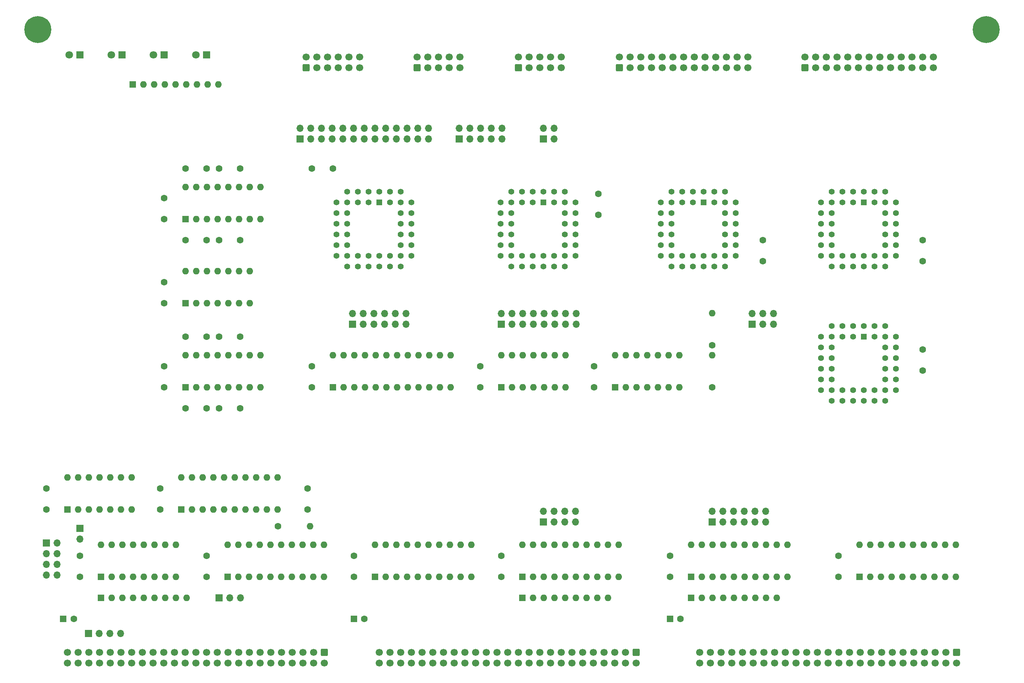
<source format=gbr>
%TF.GenerationSoftware,KiCad,Pcbnew,(6.0.11)*%
%TF.CreationDate,2023-10-31T06:11:18-04:00*%
%TF.ProjectId,input-output.Zilog,696e7075-742d-46f7-9574-7075742e5a69,rev?*%
%TF.SameCoordinates,Original*%
%TF.FileFunction,Soldermask,Bot*%
%TF.FilePolarity,Negative*%
%FSLAX46Y46*%
G04 Gerber Fmt 4.6, Leading zero omitted, Abs format (unit mm)*
G04 Created by KiCad (PCBNEW (6.0.11)) date 2023-10-31 06:11:18*
%MOMM*%
%LPD*%
G01*
G04 APERTURE LIST*
G04 Aperture macros list*
%AMRoundRect*
0 Rectangle with rounded corners*
0 $1 Rounding radius*
0 $2 $3 $4 $5 $6 $7 $8 $9 X,Y pos of 4 corners*
0 Add a 4 corners polygon primitive as box body*
4,1,4,$2,$3,$4,$5,$6,$7,$8,$9,$2,$3,0*
0 Add four circle primitives for the rounded corners*
1,1,$1+$1,$2,$3*
1,1,$1+$1,$4,$5*
1,1,$1+$1,$6,$7*
1,1,$1+$1,$8,$9*
0 Add four rect primitives between the rounded corners*
20,1,$1+$1,$2,$3,$4,$5,0*
20,1,$1+$1,$4,$5,$6,$7,0*
20,1,$1+$1,$6,$7,$8,$9,0*
20,1,$1+$1,$8,$9,$2,$3,0*%
G04 Aperture macros list end*
%ADD10RoundRect,0.250000X-0.600000X0.600000X-0.600000X-0.600000X0.600000X-0.600000X0.600000X0.600000X0*%
%ADD11C,1.700000*%
%ADD12R,1.800000X1.800000*%
%ADD13C,1.800000*%
%ADD14C,6.400000*%
%ADD15C,1.600000*%
%ADD16R,1.700000X1.700000*%
%ADD17O,1.700000X1.700000*%
%ADD18R,1.600000X1.600000*%
%ADD19O,1.600000X1.600000*%
%ADD20RoundRect,0.250000X0.600000X-0.600000X0.600000X0.600000X-0.600000X0.600000X-0.600000X-0.600000X0*%
%ADD21R,1.422400X1.422400*%
%ADD22C,1.422400*%
G04 APERTURE END LIST*
D10*
%TO.C,P1*%
X108000000Y-223000000D03*
D11*
X108000000Y-225540000D03*
X105460000Y-223000000D03*
X105460000Y-225540000D03*
X102920000Y-223000000D03*
X102920000Y-225540000D03*
X100380000Y-223000000D03*
X100380000Y-225540000D03*
X97840000Y-223000000D03*
X97840000Y-225540000D03*
X95300000Y-223000000D03*
X95300000Y-225540000D03*
X92760000Y-223000000D03*
X92760000Y-225540000D03*
X90220000Y-223000000D03*
X90220000Y-225540000D03*
X87680000Y-223000000D03*
X87680000Y-225540000D03*
X85140000Y-223000000D03*
X85140000Y-225540000D03*
X82600000Y-223000000D03*
X82600000Y-225540000D03*
X80060000Y-223000000D03*
X80060000Y-225540000D03*
X77520000Y-223000000D03*
X77520000Y-225540000D03*
X74980000Y-223000000D03*
X74980000Y-225540000D03*
X72440000Y-223000000D03*
X72440000Y-225540000D03*
X69900000Y-223000000D03*
X69900000Y-225540000D03*
X67360000Y-223000000D03*
X67360000Y-225540000D03*
X64820000Y-223000000D03*
X64820000Y-225540000D03*
X62280000Y-223000000D03*
X62280000Y-225540000D03*
X59740000Y-223000000D03*
X59740000Y-225540000D03*
X57200000Y-223000000D03*
X57200000Y-225540000D03*
X54660000Y-223000000D03*
X54660000Y-225540000D03*
X52120000Y-223000000D03*
X52120000Y-225540000D03*
X49580000Y-223000000D03*
X49580000Y-225540000D03*
X47040000Y-223000000D03*
X47040000Y-225540000D03*
%TD*%
D12*
%TO.C,D5*%
X50000000Y-81000000D03*
D13*
X47460000Y-81000000D03*
%TD*%
D14*
%TO.C,H1*%
X40000000Y-75000000D03*
%TD*%
D10*
%TO.C,P3*%
X258000000Y-223000000D03*
D11*
X258000000Y-225540000D03*
X255460000Y-223000000D03*
X255460000Y-225540000D03*
X252920000Y-223000000D03*
X252920000Y-225540000D03*
X250380000Y-223000000D03*
X250380000Y-225540000D03*
X247840000Y-223000000D03*
X247840000Y-225540000D03*
X245300000Y-223000000D03*
X245300000Y-225540000D03*
X242760000Y-223000000D03*
X242760000Y-225540000D03*
X240220000Y-223000000D03*
X240220000Y-225540000D03*
X237680000Y-223000000D03*
X237680000Y-225540000D03*
X235140000Y-223000000D03*
X235140000Y-225540000D03*
X232600000Y-223000000D03*
X232600000Y-225540000D03*
X230060000Y-223000000D03*
X230060000Y-225540000D03*
X227520000Y-223000000D03*
X227520000Y-225540000D03*
X224980000Y-223000000D03*
X224980000Y-225540000D03*
X222440000Y-223000000D03*
X222440000Y-225540000D03*
X219900000Y-223000000D03*
X219900000Y-225540000D03*
X217360000Y-223000000D03*
X217360000Y-225540000D03*
X214820000Y-223000000D03*
X214820000Y-225540000D03*
X212280000Y-223000000D03*
X212280000Y-225540000D03*
X209740000Y-223000000D03*
X209740000Y-225540000D03*
X207200000Y-223000000D03*
X207200000Y-225540000D03*
X204660000Y-223000000D03*
X204660000Y-225540000D03*
X202120000Y-223000000D03*
X202120000Y-225540000D03*
X199580000Y-223000000D03*
X199580000Y-225540000D03*
X197040000Y-223000000D03*
X197040000Y-225540000D03*
%TD*%
D10*
%TO.C,P2*%
X182000000Y-223000000D03*
D11*
X182000000Y-225540000D03*
X179460000Y-223000000D03*
X179460000Y-225540000D03*
X176920000Y-223000000D03*
X176920000Y-225540000D03*
X174380000Y-223000000D03*
X174380000Y-225540000D03*
X171840000Y-223000000D03*
X171840000Y-225540000D03*
X169300000Y-223000000D03*
X169300000Y-225540000D03*
X166760000Y-223000000D03*
X166760000Y-225540000D03*
X164220000Y-223000000D03*
X164220000Y-225540000D03*
X161680000Y-223000000D03*
X161680000Y-225540000D03*
X159140000Y-223000000D03*
X159140000Y-225540000D03*
X156600000Y-223000000D03*
X156600000Y-225540000D03*
X154060000Y-223000000D03*
X154060000Y-225540000D03*
X151520000Y-223000000D03*
X151520000Y-225540000D03*
X148980000Y-223000000D03*
X148980000Y-225540000D03*
X146440000Y-223000000D03*
X146440000Y-225540000D03*
X143900000Y-223000000D03*
X143900000Y-225540000D03*
X141360000Y-223000000D03*
X141360000Y-225540000D03*
X138820000Y-223000000D03*
X138820000Y-225540000D03*
X136280000Y-223000000D03*
X136280000Y-225540000D03*
X133740000Y-223000000D03*
X133740000Y-225540000D03*
X131200000Y-223000000D03*
X131200000Y-225540000D03*
X128660000Y-223000000D03*
X128660000Y-225540000D03*
X126120000Y-223000000D03*
X126120000Y-225540000D03*
X123580000Y-223000000D03*
X123580000Y-225540000D03*
X121040000Y-223000000D03*
X121040000Y-225540000D03*
%TD*%
D15*
%TO.C,C1*%
X105000000Y-108000000D03*
X110000000Y-108000000D03*
%TD*%
D14*
%TO.C,H2*%
X265000000Y-75000000D03*
%TD*%
D16*
%TO.C,JP2*%
X160000000Y-192000000D03*
D17*
X160000000Y-189460000D03*
X162540000Y-192000000D03*
X162540000Y-189460000D03*
X165080000Y-192000000D03*
X165080000Y-189460000D03*
X167620000Y-192000000D03*
X167620000Y-189460000D03*
%TD*%
D18*
%TO.C,RN2*%
X155000000Y-210000000D03*
D19*
X157540000Y-210000000D03*
X160080000Y-210000000D03*
X162620000Y-210000000D03*
X165160000Y-210000000D03*
X167700000Y-210000000D03*
X170240000Y-210000000D03*
X172780000Y-210000000D03*
X175320000Y-210000000D03*
%TD*%
D18*
%TO.C,U24*%
X155000000Y-205000000D03*
D19*
X157540000Y-205000000D03*
X160080000Y-205000000D03*
X162620000Y-205000000D03*
X165160000Y-205000000D03*
X167700000Y-205000000D03*
X170240000Y-205000000D03*
X172780000Y-205000000D03*
X175320000Y-205000000D03*
X177860000Y-205000000D03*
X177860000Y-197380000D03*
X175320000Y-197380000D03*
X172780000Y-197380000D03*
X170240000Y-197380000D03*
X167700000Y-197380000D03*
X165160000Y-197380000D03*
X162620000Y-197380000D03*
X160080000Y-197380000D03*
X157540000Y-197380000D03*
X155000000Y-197380000D03*
%TD*%
D15*
%TO.C,C2*%
X80000000Y-200000000D03*
X80000000Y-205000000D03*
%TD*%
%TO.C,C3*%
X105000000Y-155000000D03*
X105000000Y-160000000D03*
%TD*%
%TO.C,C7*%
X172000000Y-155000000D03*
X172000000Y-160000000D03*
%TD*%
%TO.C,C8*%
X212000000Y-130000000D03*
X212000000Y-125000000D03*
%TD*%
D18*
%TO.C,C10*%
X46000000Y-215000000D03*
D15*
X48500000Y-215000000D03*
%TD*%
D18*
%TO.C,C11*%
X115000000Y-215000000D03*
D15*
X117500000Y-215000000D03*
%TD*%
%TO.C,C12*%
X173000000Y-119000000D03*
X173000000Y-114000000D03*
%TD*%
%TO.C,C13*%
X150000000Y-200000000D03*
X150000000Y-205000000D03*
%TD*%
%TO.C,C24*%
X145000000Y-155000000D03*
X145000000Y-160000000D03*
%TD*%
D12*
%TO.C,D1*%
X60000000Y-81000000D03*
D13*
X57460000Y-81000000D03*
%TD*%
D12*
%TO.C,D3*%
X80000000Y-81000000D03*
D13*
X77460000Y-81000000D03*
%TD*%
D16*
%TO.C,J2*%
X160000000Y-101000000D03*
D17*
X160000000Y-98460000D03*
X162540000Y-101000000D03*
X162540000Y-98460000D03*
%TD*%
D20*
%TO.C,X8*%
X103650000Y-84000000D03*
D11*
X103650000Y-81460000D03*
X106190000Y-84000000D03*
X106190000Y-81460000D03*
X108730000Y-84000000D03*
X108730000Y-81460000D03*
X111270000Y-84000000D03*
X111270000Y-81460000D03*
X113810000Y-84000000D03*
X113810000Y-81460000D03*
X116350000Y-84000000D03*
X116350000Y-81460000D03*
%TD*%
D16*
%TO.C,X5*%
X150000000Y-145000000D03*
D17*
X150000000Y-142460000D03*
X152540000Y-145000000D03*
X152540000Y-142460000D03*
X155080000Y-145000000D03*
X155080000Y-142460000D03*
X157620000Y-145000000D03*
X157620000Y-142460000D03*
X160160000Y-145000000D03*
X160160000Y-142460000D03*
X162700000Y-145000000D03*
X162700000Y-142460000D03*
X165240000Y-145000000D03*
X165240000Y-142460000D03*
X167780000Y-145000000D03*
X167780000Y-142460000D03*
%TD*%
D15*
%TO.C,R10*%
X200000000Y-160000000D03*
D19*
X200000000Y-152380000D03*
%TD*%
D15*
%TO.C,R11*%
X200000000Y-150000000D03*
D19*
X200000000Y-142380000D03*
%TD*%
D18*
%TO.C,U2*%
X120000000Y-205000000D03*
D19*
X122540000Y-205000000D03*
X125080000Y-205000000D03*
X127620000Y-205000000D03*
X130160000Y-205000000D03*
X132700000Y-205000000D03*
X135240000Y-205000000D03*
X137780000Y-205000000D03*
X140320000Y-205000000D03*
X142860000Y-205000000D03*
X142860000Y-197380000D03*
X140320000Y-197380000D03*
X137780000Y-197380000D03*
X135240000Y-197380000D03*
X132700000Y-197380000D03*
X130160000Y-197380000D03*
X127620000Y-197380000D03*
X125080000Y-197380000D03*
X122540000Y-197380000D03*
X120000000Y-197380000D03*
%TD*%
D18*
%TO.C,U3*%
X235000000Y-205000000D03*
D19*
X237540000Y-205000000D03*
X240080000Y-205000000D03*
X242620000Y-205000000D03*
X245160000Y-205000000D03*
X247700000Y-205000000D03*
X250240000Y-205000000D03*
X252780000Y-205000000D03*
X255320000Y-205000000D03*
X257860000Y-205000000D03*
X257860000Y-197380000D03*
X255320000Y-197380000D03*
X252780000Y-197380000D03*
X250240000Y-197380000D03*
X247700000Y-197380000D03*
X245160000Y-197380000D03*
X242620000Y-197380000D03*
X240080000Y-197380000D03*
X237540000Y-197380000D03*
X235000000Y-197380000D03*
%TD*%
D18*
%TO.C,U8*%
X75000000Y-140000000D03*
D19*
X77540000Y-140000000D03*
X80080000Y-140000000D03*
X82620000Y-140000000D03*
X85160000Y-140000000D03*
X87700000Y-140000000D03*
X90240000Y-140000000D03*
X90240000Y-132380000D03*
X87700000Y-132380000D03*
X85160000Y-132380000D03*
X82620000Y-132380000D03*
X80080000Y-132380000D03*
X77540000Y-132380000D03*
X75000000Y-132380000D03*
%TD*%
D21*
%TO.C,U14*%
X236000000Y-116000000D03*
D22*
X233460000Y-113460000D03*
X233460000Y-116000000D03*
X230920000Y-113460000D03*
X230920000Y-116000000D03*
X228380000Y-113460000D03*
X225840000Y-116000000D03*
X228380000Y-116000000D03*
X225840000Y-118540000D03*
X228380000Y-118540000D03*
X225840000Y-121080000D03*
X228380000Y-121080000D03*
X225840000Y-123620000D03*
X228380000Y-123620000D03*
X225840000Y-126160000D03*
X228380000Y-126160000D03*
X225840000Y-128700000D03*
X228380000Y-131240000D03*
X228380000Y-128700000D03*
X230920000Y-131240000D03*
X230920000Y-128700000D03*
X233460000Y-131240000D03*
X233460000Y-128700000D03*
X236000000Y-131240000D03*
X236000000Y-128700000D03*
X238540000Y-131240000D03*
X238540000Y-128700000D03*
X241080000Y-131240000D03*
X243620000Y-128700000D03*
X241080000Y-128700000D03*
X243620000Y-126160000D03*
X241080000Y-126160000D03*
X243620000Y-123620000D03*
X241080000Y-123620000D03*
X243620000Y-121080000D03*
X241080000Y-121080000D03*
X243620000Y-118540000D03*
X241080000Y-118540000D03*
X243620000Y-116000000D03*
X241080000Y-113460000D03*
X241080000Y-116000000D03*
X238540000Y-113460000D03*
X238540000Y-116000000D03*
X236000000Y-113460000D03*
%TD*%
D21*
%TO.C,U18*%
X198000000Y-116000000D03*
D22*
X195460000Y-113460000D03*
X195460000Y-116000000D03*
X192920000Y-113460000D03*
X192920000Y-116000000D03*
X190380000Y-113460000D03*
X187840000Y-116000000D03*
X190380000Y-116000000D03*
X187840000Y-118540000D03*
X190380000Y-118540000D03*
X187840000Y-121080000D03*
X190380000Y-121080000D03*
X187840000Y-123620000D03*
X190380000Y-123620000D03*
X187840000Y-126160000D03*
X190380000Y-126160000D03*
X187840000Y-128700000D03*
X190380000Y-131240000D03*
X190380000Y-128700000D03*
X192920000Y-131240000D03*
X192920000Y-128700000D03*
X195460000Y-131240000D03*
X195460000Y-128700000D03*
X198000000Y-131240000D03*
X198000000Y-128700000D03*
X200540000Y-131240000D03*
X200540000Y-128700000D03*
X203080000Y-131240000D03*
X205620000Y-128700000D03*
X203080000Y-128700000D03*
X205620000Y-126160000D03*
X203080000Y-126160000D03*
X205620000Y-123620000D03*
X203080000Y-123620000D03*
X205620000Y-121080000D03*
X203080000Y-121080000D03*
X205620000Y-118540000D03*
X203080000Y-118540000D03*
X205620000Y-116000000D03*
X203080000Y-113460000D03*
X203080000Y-116000000D03*
X200540000Y-113460000D03*
X200540000Y-116000000D03*
X198000000Y-113460000D03*
%TD*%
D20*
%TO.C,X1*%
X178000000Y-84000000D03*
D11*
X178000000Y-81460000D03*
X180540000Y-84000000D03*
X180540000Y-81460000D03*
X183080000Y-84000000D03*
X183080000Y-81460000D03*
X185620000Y-84000000D03*
X185620000Y-81460000D03*
X188160000Y-84000000D03*
X188160000Y-81460000D03*
X190700000Y-84000000D03*
X190700000Y-81460000D03*
X193240000Y-84000000D03*
X193240000Y-81460000D03*
X195780000Y-84000000D03*
X195780000Y-81460000D03*
X198320000Y-84000000D03*
X198320000Y-81460000D03*
X200860000Y-84000000D03*
X200860000Y-81460000D03*
X203400000Y-84000000D03*
X203400000Y-81460000D03*
X205940000Y-84000000D03*
X205940000Y-81460000D03*
X208480000Y-84000000D03*
X208480000Y-81460000D03*
%TD*%
D20*
%TO.C,X2*%
X222000000Y-84000000D03*
D11*
X222000000Y-81460000D03*
X224540000Y-84000000D03*
X224540000Y-81460000D03*
X227080000Y-84000000D03*
X227080000Y-81460000D03*
X229620000Y-84000000D03*
X229620000Y-81460000D03*
X232160000Y-84000000D03*
X232160000Y-81460000D03*
X234700000Y-84000000D03*
X234700000Y-81460000D03*
X237240000Y-84000000D03*
X237240000Y-81460000D03*
X239780000Y-84000000D03*
X239780000Y-81460000D03*
X242320000Y-84000000D03*
X242320000Y-81460000D03*
X244860000Y-84000000D03*
X244860000Y-81460000D03*
X247400000Y-84000000D03*
X247400000Y-81460000D03*
X249940000Y-84000000D03*
X249940000Y-81460000D03*
X252480000Y-84000000D03*
X252480000Y-81460000D03*
%TD*%
D20*
%TO.C,X3*%
X154000000Y-84000000D03*
D11*
X154000000Y-81460000D03*
X156540000Y-84000000D03*
X156540000Y-81460000D03*
X159080000Y-84000000D03*
X159080000Y-81460000D03*
X161620000Y-84000000D03*
X161620000Y-81460000D03*
X164160000Y-84000000D03*
X164160000Y-81460000D03*
%TD*%
D16*
%TO.C,X4*%
X102220000Y-101000000D03*
D17*
X102220000Y-98460000D03*
X104760000Y-101000000D03*
X104760000Y-98460000D03*
X107300000Y-101000000D03*
X107300000Y-98460000D03*
X109840000Y-101000000D03*
X109840000Y-98460000D03*
X112380000Y-101000000D03*
X112380000Y-98460000D03*
X114920000Y-101000000D03*
X114920000Y-98460000D03*
X117460000Y-101000000D03*
X117460000Y-98460000D03*
X120000000Y-101000000D03*
X120000000Y-98460000D03*
X122540000Y-101000000D03*
X122540000Y-98460000D03*
X125080000Y-101000000D03*
X125080000Y-98460000D03*
X127620000Y-101000000D03*
X127620000Y-98460000D03*
X130160000Y-101000000D03*
X130160000Y-98460000D03*
X132700000Y-101000000D03*
X132700000Y-98460000D03*
%TD*%
D16*
%TO.C,X6*%
X140000000Y-101000000D03*
D17*
X140000000Y-98460000D03*
X142540000Y-101000000D03*
X142540000Y-98460000D03*
X145080000Y-101000000D03*
X145080000Y-98460000D03*
X147620000Y-101000000D03*
X147620000Y-98460000D03*
X150160000Y-101000000D03*
X150160000Y-98460000D03*
%TD*%
D20*
%TO.C,X7*%
X130000000Y-84000000D03*
D11*
X130000000Y-81460000D03*
X132540000Y-84000000D03*
X132540000Y-81460000D03*
X135080000Y-84000000D03*
X135080000Y-81460000D03*
X137620000Y-84000000D03*
X137620000Y-81460000D03*
X140160000Y-84000000D03*
X140160000Y-81460000D03*
%TD*%
D21*
%TO.C,U7*%
X160000000Y-116000000D03*
D22*
X157460000Y-113460000D03*
X157460000Y-116000000D03*
X154920000Y-113460000D03*
X154920000Y-116000000D03*
X152380000Y-113460000D03*
X149840000Y-116000000D03*
X152380000Y-116000000D03*
X149840000Y-118540000D03*
X152380000Y-118540000D03*
X149840000Y-121080000D03*
X152380000Y-121080000D03*
X149840000Y-123620000D03*
X152380000Y-123620000D03*
X149840000Y-126160000D03*
X152380000Y-126160000D03*
X149840000Y-128700000D03*
X152380000Y-131240000D03*
X152380000Y-128700000D03*
X154920000Y-131240000D03*
X154920000Y-128700000D03*
X157460000Y-131240000D03*
X157460000Y-128700000D03*
X160000000Y-131240000D03*
X160000000Y-128700000D03*
X162540000Y-131240000D03*
X162540000Y-128700000D03*
X165080000Y-131240000D03*
X167620000Y-128700000D03*
X165080000Y-128700000D03*
X167620000Y-126160000D03*
X165080000Y-126160000D03*
X167620000Y-123620000D03*
X165080000Y-123620000D03*
X167620000Y-121080000D03*
X165080000Y-121080000D03*
X167620000Y-118540000D03*
X165080000Y-118540000D03*
X167620000Y-116000000D03*
X165080000Y-113460000D03*
X165080000Y-116000000D03*
X162540000Y-113460000D03*
X162540000Y-116000000D03*
X160000000Y-113460000D03*
%TD*%
D18*
%TO.C,U4*%
X85000000Y-205000000D03*
D19*
X87540000Y-205000000D03*
X90080000Y-205000000D03*
X92620000Y-205000000D03*
X95160000Y-205000000D03*
X97700000Y-205000000D03*
X100240000Y-205000000D03*
X102780000Y-205000000D03*
X105320000Y-205000000D03*
X107860000Y-205000000D03*
X107860000Y-197380000D03*
X105320000Y-197380000D03*
X102780000Y-197380000D03*
X100240000Y-197380000D03*
X97700000Y-197380000D03*
X95160000Y-197380000D03*
X92620000Y-197380000D03*
X90080000Y-197380000D03*
X87540000Y-197380000D03*
X85000000Y-197380000D03*
%TD*%
D15*
%TO.C,C9*%
X115000000Y-200000000D03*
X115000000Y-205000000D03*
%TD*%
%TO.C,C18*%
X83000000Y-148000000D03*
X88000000Y-148000000D03*
%TD*%
%TO.C,C16*%
X75000000Y-148000000D03*
X80000000Y-148000000D03*
%TD*%
%TO.C,C14*%
X75000000Y-165000000D03*
X80000000Y-165000000D03*
%TD*%
%TO.C,C17*%
X70000000Y-155000000D03*
X70000000Y-160000000D03*
%TD*%
%TO.C,C19*%
X75000000Y-125000000D03*
X80000000Y-125000000D03*
%TD*%
%TO.C,C20*%
X83000000Y-125000000D03*
X88000000Y-125000000D03*
%TD*%
%TO.C,C21*%
X75000000Y-108000000D03*
X80000000Y-108000000D03*
%TD*%
%TO.C,C22*%
X70000000Y-115000000D03*
X70000000Y-120000000D03*
%TD*%
%TO.C,C23*%
X83000000Y-108000000D03*
X88000000Y-108000000D03*
%TD*%
%TO.C,C15*%
X83000000Y-165000000D03*
X88000000Y-165000000D03*
%TD*%
D18*
%TO.C,U11*%
X75000000Y-120000000D03*
D19*
X77540000Y-120000000D03*
X80080000Y-120000000D03*
X82620000Y-120000000D03*
X85160000Y-120000000D03*
X87700000Y-120000000D03*
X90240000Y-120000000D03*
X92780000Y-120000000D03*
X92780000Y-112380000D03*
X90240000Y-112380000D03*
X87700000Y-112380000D03*
X85160000Y-112380000D03*
X82620000Y-112380000D03*
X80080000Y-112380000D03*
X77540000Y-112380000D03*
X75000000Y-112380000D03*
%TD*%
D18*
%TO.C,U10*%
X75000000Y-160000000D03*
D19*
X77540000Y-160000000D03*
X80080000Y-160000000D03*
X82620000Y-160000000D03*
X85160000Y-160000000D03*
X87700000Y-160000000D03*
X90240000Y-160000000D03*
X92780000Y-160000000D03*
X92780000Y-152380000D03*
X90240000Y-152380000D03*
X87700000Y-152380000D03*
X85160000Y-152380000D03*
X82620000Y-152380000D03*
X80080000Y-152380000D03*
X77540000Y-152380000D03*
X75000000Y-152380000D03*
%TD*%
D18*
%TO.C,C27*%
X190000000Y-215000000D03*
D15*
X192500000Y-215000000D03*
%TD*%
D21*
%TO.C,U9*%
X121000000Y-116000000D03*
D22*
X118460000Y-113460000D03*
X118460000Y-116000000D03*
X115920000Y-113460000D03*
X115920000Y-116000000D03*
X113380000Y-113460000D03*
X110840000Y-116000000D03*
X113380000Y-116000000D03*
X110840000Y-118540000D03*
X113380000Y-118540000D03*
X110840000Y-121080000D03*
X113380000Y-121080000D03*
X110840000Y-123620000D03*
X113380000Y-123620000D03*
X110840000Y-126160000D03*
X113380000Y-126160000D03*
X110840000Y-128700000D03*
X113380000Y-131240000D03*
X113380000Y-128700000D03*
X115920000Y-131240000D03*
X115920000Y-128700000D03*
X118460000Y-131240000D03*
X118460000Y-128700000D03*
X121000000Y-131240000D03*
X121000000Y-128700000D03*
X123540000Y-131240000D03*
X123540000Y-128700000D03*
X126080000Y-131240000D03*
X128620000Y-128700000D03*
X126080000Y-128700000D03*
X128620000Y-126160000D03*
X126080000Y-126160000D03*
X128620000Y-123620000D03*
X126080000Y-123620000D03*
X128620000Y-121080000D03*
X126080000Y-121080000D03*
X128620000Y-118540000D03*
X126080000Y-118540000D03*
X128620000Y-116000000D03*
X126080000Y-113460000D03*
X126080000Y-116000000D03*
X123540000Y-113460000D03*
X123540000Y-116000000D03*
X121000000Y-113460000D03*
%TD*%
D18*
%TO.C,U13*%
X177000000Y-160000000D03*
D19*
X179540000Y-160000000D03*
X182080000Y-160000000D03*
X184620000Y-160000000D03*
X187160000Y-160000000D03*
X189700000Y-160000000D03*
X192240000Y-160000000D03*
X192240000Y-152380000D03*
X189700000Y-152380000D03*
X187160000Y-152380000D03*
X184620000Y-152380000D03*
X182080000Y-152380000D03*
X179540000Y-152380000D03*
X177000000Y-152380000D03*
%TD*%
D15*
%TO.C,C4*%
X190000000Y-200000000D03*
X190000000Y-205000000D03*
%TD*%
%TO.C,C6*%
X250000000Y-130000000D03*
X250000000Y-125000000D03*
%TD*%
D18*
%TO.C,U12*%
X150000000Y-160000000D03*
D19*
X152540000Y-160000000D03*
X155080000Y-160000000D03*
X157620000Y-160000000D03*
X160160000Y-160000000D03*
X162700000Y-160000000D03*
X165240000Y-160000000D03*
X165240000Y-152380000D03*
X162700000Y-152380000D03*
X160160000Y-152380000D03*
X157620000Y-152380000D03*
X155080000Y-152380000D03*
X152540000Y-152380000D03*
X150000000Y-152380000D03*
%TD*%
D15*
%TO.C,C5*%
X70000000Y-135000000D03*
X70000000Y-140000000D03*
%TD*%
D18*
%TO.C,U1*%
X110000000Y-160000000D03*
D19*
X112540000Y-160000000D03*
X115080000Y-160000000D03*
X117620000Y-160000000D03*
X120160000Y-160000000D03*
X122700000Y-160000000D03*
X125240000Y-160000000D03*
X127780000Y-160000000D03*
X130320000Y-160000000D03*
X132860000Y-160000000D03*
X135400000Y-160000000D03*
X137940000Y-160000000D03*
X137940000Y-152380000D03*
X135400000Y-152380000D03*
X132860000Y-152380000D03*
X130320000Y-152380000D03*
X127780000Y-152380000D03*
X125240000Y-152380000D03*
X122700000Y-152380000D03*
X120160000Y-152380000D03*
X117620000Y-152380000D03*
X115080000Y-152380000D03*
X112540000Y-152380000D03*
X110000000Y-152380000D03*
%TD*%
D16*
%TO.C,JP1*%
X200000000Y-192000000D03*
D17*
X200000000Y-189460000D03*
X202540000Y-192000000D03*
X202540000Y-189460000D03*
X205080000Y-192000000D03*
X205080000Y-189460000D03*
X207620000Y-192000000D03*
X207620000Y-189460000D03*
X210160000Y-192000000D03*
X210160000Y-189460000D03*
X212700000Y-192000000D03*
X212700000Y-189460000D03*
%TD*%
D18*
%TO.C,U5*%
X195000000Y-205000000D03*
D19*
X197540000Y-205000000D03*
X200080000Y-205000000D03*
X202620000Y-205000000D03*
X205160000Y-205000000D03*
X207700000Y-205000000D03*
X210240000Y-205000000D03*
X212780000Y-205000000D03*
X215320000Y-205000000D03*
X217860000Y-205000000D03*
X217860000Y-197380000D03*
X215320000Y-197380000D03*
X212780000Y-197380000D03*
X210240000Y-197380000D03*
X207700000Y-197380000D03*
X205160000Y-197380000D03*
X202620000Y-197380000D03*
X200080000Y-197380000D03*
X197540000Y-197380000D03*
X195000000Y-197380000D03*
%TD*%
D21*
%TO.C,U6*%
X236000000Y-148000000D03*
D22*
X233460000Y-145460000D03*
X233460000Y-148000000D03*
X230920000Y-145460000D03*
X230920000Y-148000000D03*
X228380000Y-145460000D03*
X225840000Y-148000000D03*
X228380000Y-148000000D03*
X225840000Y-150540000D03*
X228380000Y-150540000D03*
X225840000Y-153080000D03*
X228380000Y-153080000D03*
X225840000Y-155620000D03*
X228380000Y-155620000D03*
X225840000Y-158160000D03*
X228380000Y-158160000D03*
X225840000Y-160700000D03*
X228380000Y-163240000D03*
X228380000Y-160700000D03*
X230920000Y-163240000D03*
X230920000Y-160700000D03*
X233460000Y-163240000D03*
X233460000Y-160700000D03*
X236000000Y-163240000D03*
X236000000Y-160700000D03*
X238540000Y-163240000D03*
X238540000Y-160700000D03*
X241080000Y-163240000D03*
X243620000Y-160700000D03*
X241080000Y-160700000D03*
X243620000Y-158160000D03*
X241080000Y-158160000D03*
X243620000Y-155620000D03*
X241080000Y-155620000D03*
X243620000Y-153080000D03*
X241080000Y-153080000D03*
X243620000Y-150540000D03*
X241080000Y-150540000D03*
X243620000Y-148000000D03*
X241080000Y-145460000D03*
X241080000Y-148000000D03*
X238540000Y-145460000D03*
X238540000Y-148000000D03*
X236000000Y-145460000D03*
%TD*%
D15*
%TO.C,C25*%
X250000000Y-151000000D03*
X250000000Y-156000000D03*
%TD*%
%TO.C,C26*%
X230000000Y-200000000D03*
X230000000Y-205000000D03*
%TD*%
D18*
%TO.C,RN1*%
X195000000Y-210000000D03*
D19*
X197540000Y-210000000D03*
X200080000Y-210000000D03*
X202620000Y-210000000D03*
X205160000Y-210000000D03*
X207700000Y-210000000D03*
X210240000Y-210000000D03*
X212780000Y-210000000D03*
X215320000Y-210000000D03*
%TD*%
D12*
%TO.C,D2*%
X70000000Y-81000000D03*
D13*
X67460000Y-81000000D03*
%TD*%
D18*
%TO.C,RN3*%
X55000000Y-210000000D03*
D19*
X57540000Y-210000000D03*
X60080000Y-210000000D03*
X62620000Y-210000000D03*
X65160000Y-210000000D03*
X67700000Y-210000000D03*
X70240000Y-210000000D03*
X72780000Y-210000000D03*
X75320000Y-210000000D03*
%TD*%
D18*
%TO.C,U17*%
X55000000Y-205000000D03*
D19*
X57540000Y-205000000D03*
X60080000Y-205000000D03*
X62620000Y-205000000D03*
X65160000Y-205000000D03*
X67700000Y-205000000D03*
X70240000Y-205000000D03*
X72780000Y-205000000D03*
X72780000Y-197380000D03*
X70240000Y-197380000D03*
X67700000Y-197380000D03*
X65160000Y-197380000D03*
X62620000Y-197380000D03*
X60080000Y-197380000D03*
X57540000Y-197380000D03*
X55000000Y-197380000D03*
%TD*%
D18*
%TO.C,U20*%
X47000000Y-189000000D03*
D19*
X49540000Y-189000000D03*
X52080000Y-189000000D03*
X54620000Y-189000000D03*
X57160000Y-189000000D03*
X59700000Y-189000000D03*
X62240000Y-189000000D03*
X62240000Y-181380000D03*
X59700000Y-181380000D03*
X57160000Y-181380000D03*
X54620000Y-181380000D03*
X52080000Y-181380000D03*
X49540000Y-181380000D03*
X47000000Y-181380000D03*
%TD*%
D16*
%TO.C,JP3*%
X42000000Y-197000000D03*
D17*
X44540000Y-197000000D03*
X42000000Y-199540000D03*
X44540000Y-199540000D03*
X42000000Y-202080000D03*
X44540000Y-202080000D03*
X42000000Y-204620000D03*
X44540000Y-204620000D03*
%TD*%
D15*
%TO.C,C28*%
X42000000Y-184000000D03*
X42000000Y-189000000D03*
%TD*%
%TO.C,C29*%
X50000000Y-200000000D03*
X50000000Y-205000000D03*
%TD*%
%TO.C,C31*%
X104000000Y-184000000D03*
X104000000Y-189000000D03*
%TD*%
%TO.C,C30*%
X69000000Y-184000000D03*
X69000000Y-189000000D03*
%TD*%
D16*
%TO.C,JP4*%
X50000000Y-193500000D03*
D17*
X50000000Y-196040000D03*
%TD*%
D18*
%TO.C,U21*%
X74000000Y-189000000D03*
D19*
X76540000Y-189000000D03*
X79080000Y-189000000D03*
X81620000Y-189000000D03*
X84160000Y-189000000D03*
X86700000Y-189000000D03*
X89240000Y-189000000D03*
X91780000Y-189000000D03*
X94320000Y-189000000D03*
X96860000Y-189000000D03*
X96860000Y-181380000D03*
X94320000Y-181380000D03*
X91780000Y-181380000D03*
X89240000Y-181380000D03*
X86700000Y-181380000D03*
X84160000Y-181380000D03*
X81620000Y-181380000D03*
X79080000Y-181380000D03*
X76540000Y-181380000D03*
X74000000Y-181380000D03*
%TD*%
D18*
%TO.C,RN4*%
X62500000Y-88000000D03*
D19*
X65040000Y-88000000D03*
X67580000Y-88000000D03*
X70120000Y-88000000D03*
X72660000Y-88000000D03*
X75200000Y-88000000D03*
X77740000Y-88000000D03*
X80280000Y-88000000D03*
X82820000Y-88000000D03*
%TD*%
D16*
%TO.C,P9*%
X52000000Y-218500000D03*
D17*
X54540000Y-218500000D03*
X57080000Y-218500000D03*
X59620000Y-218500000D03*
%TD*%
D15*
%TO.C,R5*%
X97000000Y-193000000D03*
D19*
X104620000Y-193000000D03*
%TD*%
D16*
%TO.C,X9*%
X114650000Y-145000000D03*
D17*
X114650000Y-142460000D03*
X117190000Y-145000000D03*
X117190000Y-142460000D03*
X119730000Y-145000000D03*
X119730000Y-142460000D03*
X122270000Y-145000000D03*
X122270000Y-142460000D03*
X124810000Y-145000000D03*
X124810000Y-142460000D03*
X127350000Y-145000000D03*
X127350000Y-142460000D03*
%TD*%
D16*
%TO.C,X10*%
X209475000Y-145005000D03*
D17*
X209475000Y-142465000D03*
X212015000Y-145005000D03*
X212015000Y-142465000D03*
X214555000Y-145005000D03*
X214555000Y-142465000D03*
%TD*%
D16*
%TO.C,J11*%
X83000000Y-210000000D03*
D17*
X85540000Y-210000000D03*
X88080000Y-210000000D03*
%TD*%
M02*

</source>
